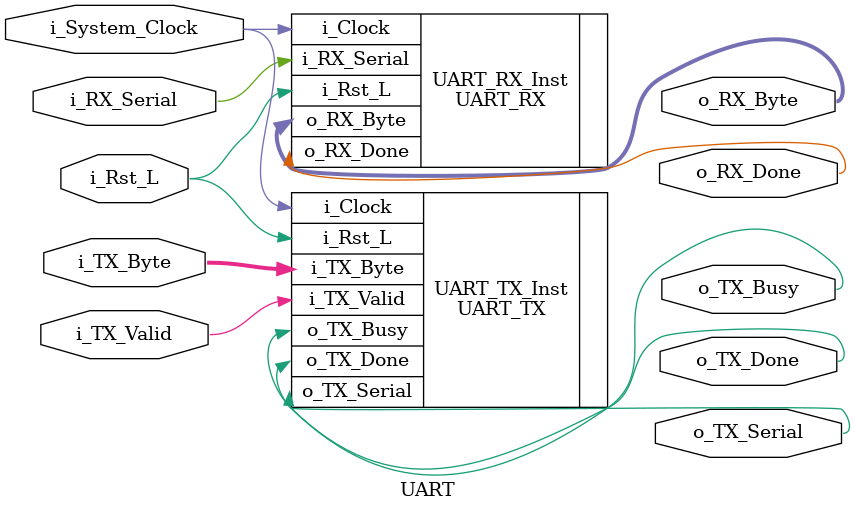
<source format=v>

module UART #( 
  parameter c_CLOCK_PERIOD_NS = 10,
  parameter c_CLKS_PER_BIT    = 868,
  parameter c_BIT_PERIOD      = 8600
  )
  (
  input i_System_Clock, 		// Serial Clock
      
  input       i_Rst_L,			// Sets all the inputs and corresponding bits
  input       i_TX_Valid,
  input [7:0] i_TX_Byte, 
    
  input i_RX_Serial,	// rx serial input 
    
  output   o_TX_Busy,
  output   o_TX_Serial,
  output   o_TX_Done,
 
  output   o_RX_Done,	// Flag pulled high when transmission is finshed 
  output   [7:0] o_RX_Byte
  );
  

  
  UART_RX #(.CLKS_PER_BIT(c_CLKS_PER_BIT)) UART_RX_Inst
    (
     .i_Rst_L(i_Rst_L),
     .i_Clock(i_System_Clock),
     .i_RX_Serial(i_RX_Serial), // TX serial is looped back to RX input
     .o_RX_Done(o_RX_Done),
     .o_RX_Byte(o_RX_Byte)
     );
  
  UART_TX #(.CLKS_PER_BIT(c_CLKS_PER_BIT)) UART_TX_Inst
    (
     .i_Rst_L(i_Rst_L),
     .i_Clock(i_System_Clock),
     .i_TX_Valid(i_TX_Valid),
     .i_TX_Byte(i_TX_Byte),
     .o_TX_Busy(o_TX_Busy),
     .o_TX_Serial(o_TX_Serial),
     .o_TX_Done(o_TX_Done)
     );
  
endmodule


</source>
